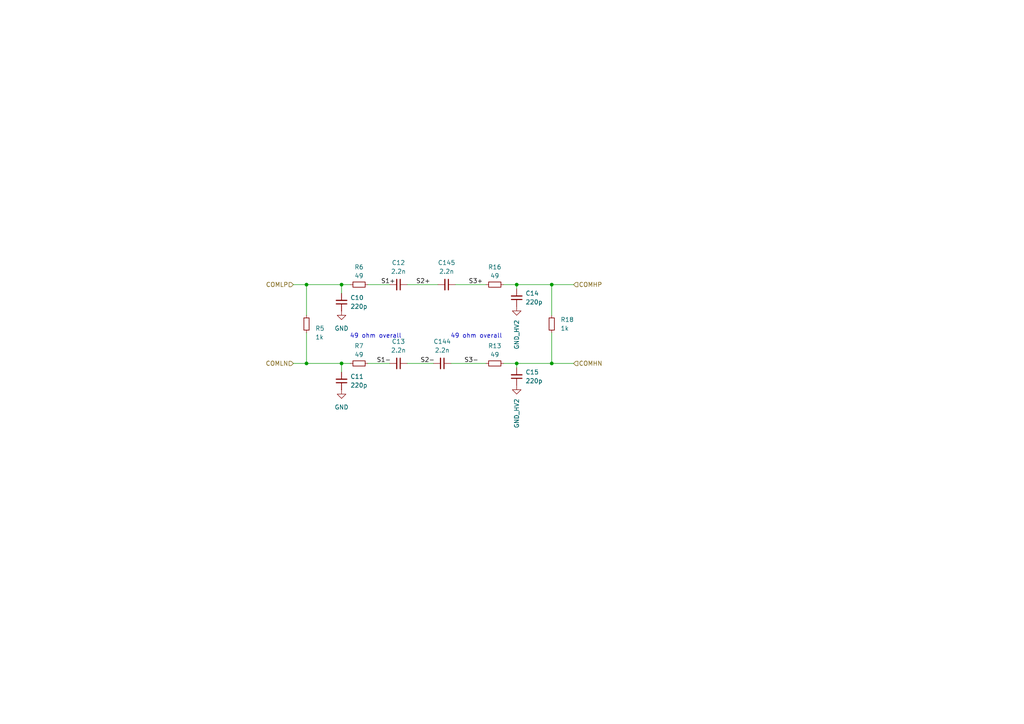
<source format=kicad_sch>
(kicad_sch (version 20250114) (generator "eeschema") (generator_version "9.0")
  (paper "A4")
  (lib_symbols
    (symbol "Device:C_Small" (pin_numbers (hide yes)) (pin_names (offset 0.254) (hide yes))
      (property "Reference" "C" (at 0.254 1.778 0))
      (property "Value" "C_Small" (at 0.254 -2.032 0))
      (symbol "C_Small_0_1"
        (polyline (pts (xy -1.524 0.508) (xy 1.524 0.508)) (stroke (width 0.3048)))
        (polyline (pts (xy -1.524 -0.508) (xy 1.524 -0.508)) (stroke (width 0.3302)))
      )
      (symbol "C_Small_1_1"
        (pin passive line (at 0 2.54 270) (length 2.032) (name "~") (number "1"))
        (pin passive line (at 0 -2.54 90) (length 2.032) (name "~") (number "2"))
      )
    )
    (symbol "Device:R_Small" (pin_numbers (hide yes)) (pin_names (offset 0.254) (hide yes))
      (property "Reference" "R" (at 0.762 0.508 0))
      (property "Value" "R_Small" (at 0.762 -1.016 0))
      (symbol "R_Small_0_1"
        (rectangle (start -0.762 1.778) (end 0.762 -1.778) (stroke (width 0.2032)))
      )
      (symbol "R_Small_1_1"
        (pin passive line (at 0 2.54 270) (length 0.762) (name "~") (number "1"))
        (pin passive line (at 0 -2.54 90) (length 0.762) (name "~") (number "2"))
      )
    )
    (symbol "power:GND" (power) (pin_numbers (hide yes)) (pin_names (offset 0) (hide yes))
      (property "Value" "GND" (at 0 -3.81 0))
      (symbol "GND_0_1"
        (polyline (pts (xy 0 0) (xy 0 -1.27) (xy 1.27 -1.27) (xy 0 -2.54) (xy -1.27 -1.27) (xy 0 -1.27)))
      )
      (symbol "GND_1_1"
        (pin power_in line (at 0 0 270) (length 0) (name "~") (number "1"))
      )
    )
  )
  (text "49 ohm overall\n" (at 138.176 97.536 0) (effects (font (size 1.27 1.27))))
  (text "49 ohm overall\n" (at 108.966 97.536 0) (effects (font (size 1.27 1.27))))
  (junction (at 149.86 82.55))
  (junction (at 88.9 82.55))
  (junction (at 99.06 105.41))
  (junction (at 160.02 105.41))
  (junction (at 88.9 105.41))
  (junction (at 99.06 82.55))
  (junction (at 149.86 105.41))
  (junction (at 160.02 82.55))
  (wire (pts (xy 130.81 105.41) (xy 140.97 105.41)))
  (wire (pts (xy 88.9 105.41) (xy 99.06 105.41)))
  (wire (pts (xy 106.68 105.41) (xy 113.03 105.41)))
  (wire (pts (xy 160.02 105.41) (xy 166.37 105.41)))
  (wire (pts (xy 160.02 82.55) (xy 166.37 82.55)))
  (wire (pts (xy 101.6 82.55) (xy 99.06 82.55)))
  (wire (pts (xy 118.11 82.55) (xy 127 82.55)))
  (wire (pts (xy 88.9 82.55) (xy 88.9 91.44)))
  (wire (pts (xy 85.09 82.55) (xy 88.9 82.55)))
  (wire (pts (xy 132.08 82.55) (xy 140.97 82.55)))
  (wire (pts (xy 149.86 106.68) (xy 149.86 105.41)))
  (wire (pts (xy 101.6 105.41) (xy 99.06 105.41)))
  (wire (pts (xy 160.02 82.55) (xy 149.86 82.55)))
  (wire (pts (xy 160.02 82.55) (xy 160.02 91.44)))
  (wire (pts (xy 160.02 96.52) (xy 160.02 105.41)))
  (wire (pts (xy 149.86 83.82) (xy 149.86 82.55)))
  (wire (pts (xy 146.05 82.55) (xy 149.86 82.55)))
  (wire (pts (xy 149.86 105.41) (xy 160.02 105.41)))
  (wire (pts (xy 106.68 82.55) (xy 113.03 82.55)))
  (wire (pts (xy 88.9 82.55) (xy 99.06 82.55)))
  (wire (pts (xy 99.06 105.41) (xy 99.06 107.95)))
  (wire (pts (xy 118.11 105.41) (xy 125.73 105.41)))
  (wire (pts (xy 88.9 96.52) (xy 88.9 105.41)))
  (wire (pts (xy 99.06 82.55) (xy 99.06 85.09)))
  (wire (pts (xy 146.05 105.41) (xy 149.86 105.41)))
  (wire (pts (xy 85.09 105.41) (xy 88.9 105.41)))
  (label "S2-" (at 121.92 105.41 0))
  (label "S2+" (at 120.65 82.55 0))
  (label "S3-" (at 134.62 105.41 0))
  (label "S1+" (at 110.49 82.55 0))
  (label "S3+" (at 135.89 82.55 0))
  (label "S1-" (at 109.22 105.41 0))
  (hierarchical_label "COMHP" (shape input) (at 166.37 82.55 0))
  (hierarchical_label "COMHN" (shape input) (at 166.37 105.41 0))
  (hierarchical_label "COMLN" (shape input) (at 85.09 105.41 180))
  (hierarchical_label "COMLP" (shape input) (at 85.09 82.55 180))
  (symbol (lib_id "Device:C_Small") (at 149.86 86.36 180) (unit 1)
    (property "Reference" "C14" (at 152.4 85.0835 0) (effects (justify right)))
    (property "Value" "220p" (at 152.4 87.6235 0) (effects (justify right)))
    (property "Footprint" "Capacitor_SMD:C_0603_1608Metric_Pad1.08x0.95mm_HandSolder" (effects (hide yes)))
    (property "Datasheet" "https://www.mouser.pl/ProductDetail/KEMET/C0603C221J3HACTU?qs=W0yvOO0ixfHoNiGDBH9h%252BQ%3D%3D" (effects (hide yes)))
    (property "Description" "https://www.mouser.pl/ProductDetail/KEMET/C0603C221J3HACTU?qs=W0yvOO0ixfHoNiGDBH9h%252BQ%3D%3D" (effects (hide yes)))
  )
  (symbol (lib_id "Device:C_Small") (at 99.06 110.49 180) (unit 1)
    (property "Reference" "C11" (at 101.6 109.2135 0) (effects (justify right)))
    (property "Value" "220p" (at 101.6 111.7535 0) (effects (justify right)))
    (property "Footprint" "Capacitor_SMD:C_0603_1608Metric_Pad1.08x0.95mm_HandSolder" (effects (hide yes)))
    (property "Datasheet" "https://www.mouser.pl/ProductDetail/KEMET/C0603C221J3HACTU?qs=W0yvOO0ixfHoNiGDBH9h%252BQ%3D%3D" (effects (hide yes)))
    (property "Description" "Unpolarized capacitor, small symbol" (effects (hide yes)))
  )
  (symbol (lib_id "Device:R_Small") (at 143.51 82.55 90) (unit 1)
    (property "Reference" "R16" (at 143.51 77.47 90))
    (property "Value" "49" (at 143.51 80.01 90))
    (property "Footprint" "Resistor_SMD:R_0603_1608Metric_Pad0.98x0.95mm_HandSolder" (effects (hide yes)))
    (property "Datasheet" "https://www.mouser.pl/ProductDetail/KOA-Speer/RK73H1HRTTCM49R9F?qs=sGAEpiMZZMvdGkrng054txLI%2FDB4oIKDjd1z9Y%252BmyaXFChdzxTCbsQ%3D%3D" (effects (hide yes)))
    (property "Description" "Resistor, small symbol" (effects (hide yes)))
  )
  (symbol (lib_id "Device:R_Small") (at 143.51 105.41 90) (unit 1)
    (property "Reference" "R13" (at 143.51 100.33 90))
    (property "Value" "49" (at 143.51 102.87 90))
    (property "Footprint" "Resistor_SMD:R_0603_1608Metric_Pad0.98x0.95mm_HandSolder" (effects (hide yes)))
    (property "Datasheet" "https://www.mouser.pl/ProductDetail/KOA-Speer/RK73H1HRTTCM49R9F?qs=sGAEpiMZZMvdGkrng054txLI%2FDB4oIKDjd1z9Y%252BmyaXFChdzxTCbsQ%3D%3D" (effects (hide yes)))
    (property "Description" "Resistor, small symbol" (effects (hide yes)))
  )
  (symbol (lib_id "Device:C_Small") (at 115.57 82.55 270) (unit 1)
    (property "Reference" "C12" (at 115.5636 76.2 90))
    (property "Value" "2.2n" (at 115.5636 78.74 90))
    (property "Footprint" "footrpint:CAPC5728X280N" (effects (hide yes)))
    (property "Datasheet" "https://www.mouser.pl/ProductDetail/Walsin/S252B222K502CT?qs=wUXugUrL1qx2Bha0j7hz5g%3D%3D" (effects (hide yes)))
    (property "Description" "Kondensator Bezpieczeństwa 250V" (effects (hide yes)))
  )
  (symbol (lib_id "Device:C_Small") (at 129.54 82.55 270) (unit 1)
    (property "Reference" "C145" (at 129.5336 76.2 90))
    (property "Value" "2.2n" (at 129.5336 78.74 90))
    (property "Footprint" "footrpint:CAPC5728X280N" (effects (hide yes)))
    (property "Datasheet" "https://www.mouser.pl/ProductDetail/Walsin/S252B222K502CT?qs=wUXugUrL1qx2Bha0j7hz5g%3D%3D" (effects (hide yes)))
    (property "Description" "Kondensator Bezpieczeństwa 250V" (effects (hide yes)))
  )
  (symbol (lib_id "power:GND") (at 99.06 90.17 0) (unit 1)
    (property "Reference" "#PWR025" (effects (hide yes)))
    (property "Value" "GND" (at 99.06 95.25 0))
    (property "Description" "Power symbol creates a global label with name \"GND\" , ground" (effects (hide yes)))
  )
  (symbol (lib_id "Device:R_Small") (at 104.14 82.55 90) (unit 1)
    (property "Reference" "R6" (at 104.14 77.47 90))
    (property "Value" "49" (at 104.14 80.01 90))
    (property "Footprint" "Resistor_SMD:R_0603_1608Metric_Pad0.98x0.95mm_HandSolder" (effects (hide yes)))
    (property "Datasheet" "https://www.mouser.pl/ProductDetail/KOA-Speer/RK73H1HRTTCM49R9F?qs=sGAEpiMZZMvdGkrng054txLI%2FDB4oIKDjd1z9Y%252BmyaXFChdzxTCbsQ%3D%3D" (effects (hide yes)))
    (property "Description" "Resistor, small symbol" (effects (hide yes)))
  )
  (symbol (lib_id "Device:R_Small") (at 88.9 93.98 0) (unit 1)
    (property "Reference" "R5" (at 91.44 95.2499 0) (effects (justify left)))
    (property "Value" "1k" (at 91.44 97.7899 0) (effects (justify left)))
    (property "Footprint" "Resistor_SMD:R_0603_1608Metric_Pad0.98x0.95mm_HandSolder" (effects (hide yes)))
    (property "Datasheet" "https://www.mouser.pl/ProductDetail/Vishay-Dale/CRCW06031K00FKED?qs=sGAEpiMZZMvdGkrng054twKDKoBh%252BscnXZq73fPCFFuOJhiFMQpfiQ%3D%3D" (effects (hide yes)))
    (property "Description" "Resistor, small symbol" (effects (hide yes)))
  )
  (symbol (lib_id "power:GND") (at 149.86 88.9 0) (unit 1)
    (property "Reference" "#PWR023" (effects (hide yes)))
    (property "Value" "GND_HV2" (at 149.86 92.71 90) (effects (justify right)))
    (property "Description" "Power symbol creates a global label with name \"GND\" , ground" (effects (hide yes)))
  )
  (symbol (lib_id "Device:C_Small") (at 128.27 105.41 270) (unit 1)
    (property "Reference" "C144" (at 128.2636 99.06 90))
    (property "Value" "2.2n" (at 128.2636 101.6 90))
    (property "Footprint" "footrpint:CAPC5728X280N" (effects (hide yes)))
    (property "Datasheet" "https://www.mouser.pl/ProductDetail/Walsin/S252B222K502CT?qs=wUXugUrL1qx2Bha0j7hz5g%3D%3D" (effects (hide yes)))
    (property "Description" "Kondensator Bezpieczeństwa 250V" (effects (hide yes)))
  )
  (symbol (lib_id "Device:C_Small") (at 149.86 109.22 180) (unit 1)
    (property "Reference" "C15" (at 152.4 107.9435 0) (effects (justify right)))
    (property "Value" "220p" (at 152.4 110.4835 0) (effects (justify right)))
    (property "Footprint" "Capacitor_SMD:C_0603_1608Metric_Pad1.08x0.95mm_HandSolder" (effects (hide yes)))
    (property "Datasheet" "https://www.mouser.pl/ProductDetail/KEMET/C0603C221J3HACTU?qs=W0yvOO0ixfHoNiGDBH9h%252BQ%3D%3D" (effects (hide yes)))
    (property "Description" "Unpolarized capacitor, small symbol" (effects (hide yes)))
  )
  (symbol (lib_id "Device:C_Small") (at 99.06 87.63 180) (unit 1)
    (property "Reference" "C10" (at 101.6 86.3535 0) (effects (justify right)))
    (property "Value" "220p" (at 101.6 88.8935 0) (effects (justify right)))
    (property "Footprint" "Capacitor_SMD:C_0603_1608Metric_Pad1.08x0.95mm_HandSolder" (effects (hide yes)))
    (property "Datasheet" "https://www.mouser.pl/ProductDetail/KEMET/C0603C221J3HACTU?qs=W0yvOO0ixfHoNiGDBH9h%252BQ%3D%3D" (effects (hide yes)))
    (property "Description" "Unpolarized capacitor, small symbol" (effects (hide yes)))
  )
  (symbol (lib_id "Device:R_Small") (at 104.14 105.41 90) (unit 1)
    (property "Reference" "R7" (at 104.14 100.33 90))
    (property "Value" "49" (at 104.14 102.87 90))
    (property "Footprint" "Resistor_SMD:R_0603_1608Metric_Pad0.98x0.95mm_HandSolder" (effects (hide yes)))
    (property "Datasheet" "https://www.mouser.pl/ProductDetail/KOA-Speer/RK73H1HRTTCM49R9F?qs=sGAEpiMZZMvdGkrng054txLI%2FDB4oIKDjd1z9Y%252BmyaXFChdzxTCbsQ%3D%3D" (effects (hide yes)))
    (property "Description" "Resistor, small symbol" (effects (hide yes)))
  )
  (symbol (lib_id "power:GND") (at 149.86 111.76 0) (unit 1)
    (property "Reference" "#PWR024" (effects (hide yes)))
    (property "Value" "GND_HV2" (at 149.86 115.57 90) (effects (justify right)))
    (property "Description" "Power symbol creates a global label with name \"GND\" , ground" (effects (hide yes)))
  )
  (symbol (lib_id "power:GND") (at 99.06 113.03 0) (unit 1)
    (property "Reference" "#PWR026" (effects (hide yes)))
    (property "Value" "GND" (at 99.06 118.11 0))
    (property "Description" "Power symbol creates a global label with name \"GND\" , ground" (effects (hide yes)))
  )
  (symbol (lib_id "Device:R_Small") (at 160.02 93.98 0) (unit 1)
    (property "Reference" "R18" (at 162.56 92.7099 0) (effects (justify left)))
    (property "Value" "1k" (at 162.56 95.2499 0) (effects (justify left)))
    (property "Footprint" "Resistor_SMD:R_0603_1608Metric_Pad0.98x0.95mm_HandSolder" (effects (hide yes)))
    (property "Datasheet" "https://www.mouser.pl/ProductDetail/Vishay-Dale/CRCW06031K00FKED?qs=sGAEpiMZZMvdGkrng054twKDKoBh%252BscnXZq73fPCFFuOJhiFMQpfiQ%3D%3D" (effects (hide yes)))
    (property "Description" "Resistor, small symbol" (effects (hide yes)))
  )
  (symbol (lib_id "Device:C_Small") (at 115.57 105.41 270) (unit 1)
    (property "Reference" "C13" (at 115.5636 99.06 90))
    (property "Value" "2.2n" (at 115.5636 101.6 90))
    (property "Footprint" "footrpint:CAPC5728X280N" (effects (hide yes)))
    (property "Datasheet" "https://www.mouser.pl/ProductDetail/Walsin/S252B222K502CT?qs=wUXugUrL1qx2Bha0j7hz5g%3D%3D" (effects (hide yes)))
    (property "Description" "Kondensator Bezpieczeństwa 250V" (effects (hide yes)))
  )
)
</source>
